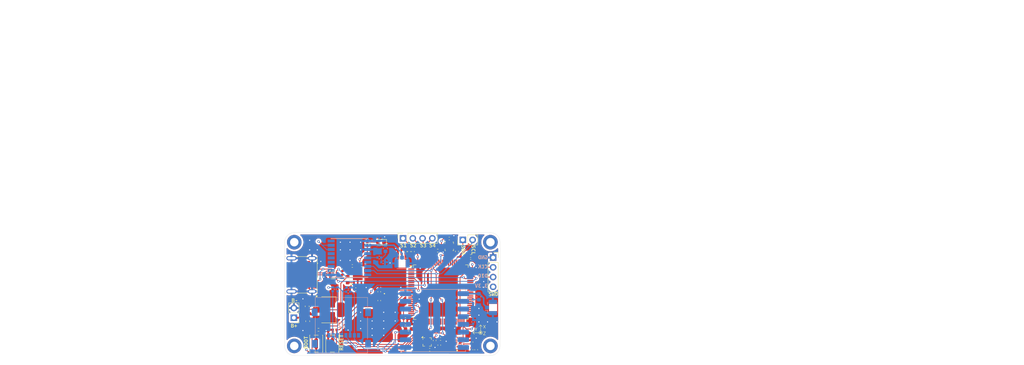
<source format=kicad_pcb>
(kicad_pcb (version 20240108) (generator "pcbnew") (generator_version "8.0")
  (layers (0 "F.Cu" signal) (1 "In1.Cu" signal "In1.PWR") (2 "In2.Cu" signal "In2.GND") (31 "B.Cu" signal) (34 "B.Paste" user) (35 "F.Paste" user) (36 "B.SilkS" user "B.Silkscreen") (37 "F.SilkS" user "F.Silkscreen") (38 "B.Mask" user) (39 "F.Mask" user) (44 "Edge.Cuts" user))
  (net 0 "")
  (net 1 "Net-(U6-VDDA)")
  (net 2 "GND")
  (net 3 "+3.3V")
  (net 4 "VIN")
  (net 5 "+5V")
  (net 6 "Net-(IC1-EN)")
  (net 7 "Net-(C14-Pad1)")
  (net 72 "VBUS")
  (net 76 "Net-(J1-D--PadA7)")
  (net 77 "Net-(J1-D+-PadA6)")
  (net 87 "USB_DM")
  (net 88 "USB_DP")
  (net 89 "OSC32_IN")
  (net 90 "OSC32_OUT")
  (net 91 "OSC_IN")
  (net 92 "OSC_OUT")
  (net 93 "Net-(IC2-VDDIO)")
  (net 94 "Net-(U4-C1)")
  (net 95 "I2C1_SDA")
  (net 97 "I2C1_SCL")
  (net 115 "SPI1_MISO")
  (net 116 "SPI1_MOSI")
  (net 117 "SPI1_SCK")
  (net 119 "SWDIO")
  (net 120 "SWCLK")
  (net 121 "Net-(C29-Pad1)")
  (net 122 "Net-(IC3-RF_IN)")
  (net 126 "Net-(IC3-VCC_RF)")
  (net 127 "GPS_RST")
  (net 140 "SD_CS")
  (net 141 "TELEM_CS")
  (net 142 "Net-(C39-Pad1)")
  (net 143 "Net-(J4-In)")
  (net 144 "BOOT0")
  (net 145 "RST")
  (net 146 "Net-(J5-Pin_3)")
  (net 147 "Net-(J5-Pin_2)")
  (net 148 "SERVO_1_PWM")
  (net 149 "SERVO_3_PWM")
  (net 150 "SERVO_2_PWM")
  (net 151 "SERVO_4_PWM")
  (net 152 "Net-(D3-A)")
  (footprint "Button_Switch_SMD:SW_SPST_PTS810" (layer "F.Cu") (at 102.4 104.4 90)
    (property "Reference" "SW1" (hide yes))
    (property "Value" "SW_Push" (hide yes))
  )
  (footprint "Capacitor_SMD:C_0402_1005Metric" (layer "F.Cu") (at 121.4384 80.449329 -90)
    (property "Reference" "C5" (hide yes))
    (property "Value" "100nF" (hide yes))
  )
  (footprint "Capacitor_SMD:C_0402_1005Metric" (layer "F.Cu") (at 138.6 106 -90)
    (property "Reference" "C21" (hide yes))
    (property "Value" "100nF" (hide yes))
  )
  (footprint "Capacitor_SMD:C_0402_1005Metric" (layer "F.Cu") (at 119.92 80 180)
    (property "Reference" "C8" (hide yes))
    (property "Value" "100nF" (hide yes))
  )
  (footprint "Capacitor_SMD:C_0402_1005Metric" (layer "F.Cu") (at 114.6 90.9 -90)
    (property "Reference" "C18" (hide yes))
    (property "Value" "20pF" (hide yes))
  )
  (footprint "Resistor_SMD:R_0402_1005Metric" (layer "F.Cu") (at 141.8 84 -90)
    (property "Reference" "R10" (hide yes))
    (property "Value" "100" (hide yes))
  )
  (footprint "MountingHole:MountingHole_2.2mm_M2_DIN965_Pad_TopBottom" (layer "F.Cu") (at 143.5 78)
    (property "Reference" "H5" (hide yes))
    (property "Value" "GND_1" (hide yes))
  )
  (footprint "VanguardLib:LFXTAL078719Cutt" (layer "F.Cu") (at 117.4 92.2 -90)
    (property "Reference" "Y2" (hide yes))
    (property "Value" "LFXTAL078719Cutt" (hide yes))
  )
  (footprint "Connector_PinSocket_2.54mm:PinSocket_1x04_P2.54mm_Vertical" (layer "F.Cu") (at 144.2 82)
    (property "Reference" "J5" (hide yes))
    (property "Value" "Conn_01x04_Pin" (hide yes))
  )
  (footprint "MountingHole:MountingHole_2.2mm_M2_DIN965_Pad_TopBottom" (layer "F.Cu") (at 92.5 105)
    (property "Reference" "H6" (hide yes))
    (property "Value" "GND_1" (hide yes))
  )
  (footprint "Capacitor_SMD:C_0402_1005Metric" (layer "F.Cu") (at 108.5 90.25)
    (property "Reference" "C13" (hide yes))
    (property "Value" "100nF" (hide yes))
  )
  (footprint "Capacitor_SMD:C_0603_1608Metric" (layer "F.Cu") (at 95.85 94.7 90)
    (property "Reference" "C10" (hide yes))
    (property "Value" "10uF" (hide yes))
  )
  (footprint "Capacitor_SMD:C_0402_1005Metric" (layer "F.Cu") (at 103 100.8 180)
    (property "Reference" "C30" (hide yes))
    (property "Value" "100nF" (hide yes))
  )
  (footprint "Capacitor_SMD:C_0603_1608Metric" (layer "F.Cu") (at 96 98.575 -90)
    (property "Reference" "C9" (hide yes))
    (property "Value" "10uF" (hide yes))
  )
  (footprint "Connector_PinHeader_2.54mm:PinHeader_1x02_P2.54mm_Vertical" (layer "F.Cu") (at 136.325 77.4 90)
    (property "Reference" "J6" (hide yes))
    (property "Value" "Conn_01x02_Pin" (hide yes))
  )
  (footprint "Capacitor_SMD:C_0402_1005Metric" (layer "F.Cu") (at 130.2 104.8 -90)
    (property "Reference" "C25" (hide yes))
    (property "Value" "100nF" (hide yes))
  )
  (footprint "MountingHole:MountingHole_2.2mm_M2_DIN965_Pad_TopBottom" (layer "F.Cu") (at 92.5 78)
    (property "Reference" "H1" (hide yes))
    (property "Value" "GND_1" (hide yes))
  )
  (footprint "Capacitor_SMD:C_0402_1005Metric" (layer "F.Cu") (at 122.361017 80.448433 -90)
    (property "Reference" "C4" (hide yes))
    (property "Value" "100nF" (hide yes))
  )
  (footprint "Resistor_SMD:R_0402_1005Metric" (layer "F.Cu") (at 98.8 100.8 180)
    (property "Reference" "R8" (hide yes))
    (property "Value" "10k" (hide yes))
  )
  (footprint "Resistor_SMD:R_0402_1005Metric" (layer "F.Cu") (at 141.8 86.6 -90)
    (property "Reference" "R9" (hide yes))
    (property "Value" "100" (hide yes))
  )
  (footprint "Capacitor_SMD:C_0402_1005Metric" (layer "F.Cu") (at 138.6 104 90)
    (property "Reference" "C20" (hide yes))
    (property "Value" "10uF" (hide yes))
  )
  (footprint "Package_TO_SOT_SMD:SOT-666" (layer "F.Cu") (at 102.65 86.5375)
    (property "Reference" "U3" (hide yes))
    (property "Value" "USBLC6-2P6" (hide yes))
  )
  (footprint "Package_LGA:LGA-12_2x2mm_P0.5mm" (layer "F.Cu") (at 127.05 103.9625)
    (property "Reference" "U4" (hide yes))
    (property "Value" "LSM303C" (hide yes))
  )
  (footprint "Capacitor_SMD:C_0402_1005Metric" (layer "F.Cu") (at 138.345 82.8)
    (property "Reference" "C15" (hide yes))
    (property "Value" "2.2uF" (hide yes))
  )
  (footprint "Capacitor_SMD:C_0402_1005Metric" (layer "F.Cu") (at 121.4 98)
    (property "Reference" "C1" (hide yes))
    (property "Value" "1uF" (hide yes))
  )
  (footprint "Capacitor_SMD:C_0402_1005Metric" (layer "F.Cu") (at 129 103.6 -90)
    (property "Reference" "C26" (hide yes))
    (property "Value" "100nF" (hide yes))
  )
  (footprint "Capacitor_SMD:C_0402_1005Metric" (layer "F.Cu") (at 130.526567 103.198379)
    (property "Reference" "C24" (hide yes))
    (property "Value" "10uF" (hide yes))
  )
  (footprint "Connector_PinHeader_2.54mm:PinHeader_1x02_P2.54mm_Vertical" (layer "F.Cu") (at 92.4 97.675 180)
    (property "Reference" "J8" (hide yes))
    (property "Value" "Conn_01x02_Pin" (hide yes))
  )
  (footprint "MountingHole:MountingHole_2.2mm_M2_DIN965_Pad_TopBottom" (layer "F.Cu") (at 143.5 105)
    (property "Reference" "H7" (hide yes))
    (property "Value" "GND_1" (hide yes))
  )
  (footprint "Connector_USB:USB_C_Receptacle_Molex_105450-0101" (layer "F.Cu") (at 94.329052 86.5 -90)
    (property "Reference" "J1" (hide yes))
    (property "Value" "USB_C_Receptacle" (hide yes))
  )
  (footprint "Capacitor_SMD:C_0402_1005Metric" (layer "F.Cu") (at 121.4 99.2)
    (property "Reference" "C2" (hide yes))
    (property "Value" "100nF" (hide yes))
  )
  (footprint "Capacitor_SMD:C_0603_1608Metric" (layer "F.Cu") (at 122.2 100.6 180)
    (property "Reference" "FB1" (hide yes))
    (property "Value" "1k 100MHz" (hide yes))
  )
  (footprint "Package_LGA:ST_HLGA-10_2x2mm_P0.5mm_LayoutBorder3x2y" (layer "F.Cu") (at 132.8 79.0875)
    (property "Reference" "U5" (hide yes))
    (property "Value" "LPS22HH" (hide yes))
  )
  (footprint "Connector_PinSocket_2.54mm:PinSocket_1x04_P2.54mm_Vertical" (layer "F.Cu") (at 120.78 77 90)
    (property "Reference" "J7" (hide yes))
    (property "Value" "Conn_01x04_Pin" (hide yes))
  )
  (footprint "LED_SMD:LED_0603_1608Metric" (layer "F.Cu") (at 115 78 180)
    (property "Reference" "D3" (hide yes))
    (property "Value" "LED" (hide yes))
  )
  (footprint "Package_TO_SOT_SMD:SOT-223-3_TabPin2" (layer "F.Cu") (at 101.45 95.6)
    (property "Reference" "U2" (hide yes))
    (property "Value" "LD1117S50TR_SOT223" (hide yes))
  )
  (footprint "Capacitor_SMD:C_0402_1005Metric" (layer "F.Cu") (at 132.8 77.05)
    (property "Reference" "C27" (hide yes))
    (property "Value" "100nF" (hide yes))
  )
  (footprint "Capacitor_SMD:C_0402_1005Metric" (layer "F.Cu") (at 107.6 84.2)
    (property "Reference" "C11" (hide yes))
    (property "Value" "4.7uF" (hide yes))
  )
  (footprint "Capacitor_SMD:C_0402_1005Metric" (layer "F.Cu") (at 110 84)
    (property "Reference" "C12" (hide yes))
    (property "Value" "4.7uF" (hide yes))
  )
  (footprint "Capacitor_SMD:C_0402_1005Metric" (layer "F.Cu") (at 119.92 80.990074 180)
    (property "Reference" "C6" (hide yes))
    (property "Value" "100nF" (hide yes))
  )
  (footprint "Package_QFP:LQFP-100_14x14mm_P0.5mm" (layer "F.Cu") (at 130.598863 91)
    (property "Reference" "U6" (hide yes))
    (property "Value" "STM32H743VITx" (hide yes))
  )
  (footprint "Resistor_SMD:R_0402_1005Metric" (layer "F.Cu") (at 111.5 78.5 90)
    (property "Reference" "R11" (hide yes))
    (property "Value" "220" (hide yes))
  )
  (footprint "VanguardLib:SON95P300X300X100-7N-D" (layer "F.Cu") (at 109 87 90)
    (property "Reference" "IC1" (hide yes))
    (property "Value" "ST1L05CPU33R" (hide yes))
  )
  (footprint "Capacitor_SMD:C_0402_1005Metric" (layer "F.Cu") (at 119.92 82 180)
    (property "Reference" "C7" (hide yes))
    (property "Value" "100nF" (hide yes))
  )
  (footprint "Capacitor_SMD:C_0402_1005Metric" (layer "F.Cu") (at 127.7125 106)
    (property "Reference" "C23" (hide yes))
    (property "Value" "220nF" (hide yes))
  )
  (footprint "Resistor_SMD:R_0603_1608Metric" (layer "F.Cu") (at 106.384585 87.75191 -90)
    (property "Reference" "R1" (hide yes))
    (property "Value" "10k" (hide yes))
  )
  (footprint "Button_Switch_SMD:SW_SPST_PTS810" (layer "F.Cu") (at 98.2 104.4 -90)
    (property "Reference" "SW2" (hide yes))
    (property "Value" "SW_Push" (hide yes))
  )
  (footprint "Capacitor_SMD:C_0402_1005Metric" (layer "F.Cu") (at 139.8 106 -90)
    (property "Reference" "C22" (hide yes))
    (property "Value" "100nF" (hide yes))
  )
  (footprint "Capacitor_SMD:C_0402_1005Metric" (layer "F.Cu") (at 114.6 93.2 -90)
    (property "Reference" "C19" (hide yes))
    (property "Value" "20pF" (hide yes))
  )
  (footprint "Capacitor_SMD:C_0402_1005Metric" (layer "F.Cu") (at 123.361017 80.448433 -90)
    (property "Reference" "C3" (hide yes))
    (property "Value" "4.7uF" (hide yes))
  )
  (footprint "VanguardLib:LSM6DS3USTR" (layer "F.Cu") (at 135.6 104 90)
    (property "Reference" "IC2" (hide yes))
    (property "Value" "ASM330LHHTR" (hide yes))
  )
  (footprint "Capacitor_SMD:C_0402_1005Metric" (layer "F.Cu") (at 138.345 81.6)
    (property "Reference" "C14" (hide yes))
    (property "Value" "2.2uF" (hide yes))
  )
  (footprint "Resistor_SMD:R_0402_1005Metric" (layer "F.Cu") (at 129.8 80.2)
    (property "Reference" "R2" (hide yes))
    (property "Value" "10k" (hide yes))
  )
  (footprint "Diode_SMD:D_0402_1005Metric" (layer "F.Cu") (at 105 86 -90)
    (property "Reference" "D1" (hide yes))
    (property "Value" "D_Schottky" (hide yes))
  )
  (footprint "Resistor_SMD:R_0402_1005Metric" (layer "F.Cu") (at 134.8 80.4 -90)
    (property "Reference" "R3" (hide yes))
    (property "Value" "10k" (hide yes))
  )
  (footprint "Connector_Coaxial:U.FL_Hirose_U.FL-R-SMT-1_Vertical" (layer "B.Cu") (at 120.525 83.05 -90)
    (property "Reference" "J3" (hide yes))
    (property "Value" "Conn_Coaxial" (hide yes))
  )
  (footprint "VanguardLib:DIONC1005X43N" (layer "B.Cu") (at 114.6 78.2 -90)
    (property "Reference" "D2" (hide yes))
    (property "Value" "PESD0402-140" (hide yes))
  )
  (footprint "Capacitor_SMD:C_0402_1005Metric" (layer "B.Cu") (at 139 93.4 -90)
    (property "Reference" "C39" (hide yes))
    (property "Value" "10nF" (hide yes))
  )
  (footprint "Capacitor_SMD:C_0402_1005Metric" (layer "B.Cu") (at 106.6 89.8)
    (property "Reference" "C28" (hide yes))
    (property "Value" "100nF" (hide yes))
  )
  (footprint "VanguardLib:MAXM10S00B" (layer "B.Cu") (at 106.85 82.1 180)
    (property "Reference" "IC3" (hide yes))
    (property "Value" "MAX-M10S-00B" (hide yes))
  )
  (footprint "Capacitor_SMD:C_0603_1608Metric" (layer "B.Cu") (at 116.2 79.6 -90)
    (property "Reference" "FB2" (hide yes))
    (property "Value" "1k 100MHz" (hide yes))
  )
  (footprint "Resistor_SMD:R_0402_1005Metric" (layer "B.Cu") (at 106.514154 90.893046)
    (property "Reference" "R6" (hide yes))
    (property "Value" "10k" (hide yes))
  )
  (footprint "Capacitor_SMD:C_0402_1005Metric" (layer "B.Cu") (at 115.6 83.2)
    (property "Reference" "C29" (hide yes))
    (property "Value" "10nF" (hide yes))
  )
  (footprint "Connector_Coaxial:U.FL_Hirose_U.FL-R-SMT-1_Vertical" (layer "B.Cu") (at 143.65 95)
    (property "Reference" "J4" (hide yes))
    (property "Value" "Conn_Coaxial" (hide yes))
  )
  (footprint "RF_Module:HOPERF_RFM9XW_SMD" (layer "B.Cu") (at 128.925 98.4)
    (property "Reference" "U7" (hide yes))
    (property "Value" "RFM95W-915S2" (hide yes))
  )
  (footprint "Capacitor_SMD:C_0603_1608Metric" (layer "B.Cu") (at 140.5 92.2 -90)
    (property "Reference" "FB3" (hide yes))
    (property "Value" "1k 100MHz" (hide yes))
  )
  (footprint "VanguardLib:MEM20670218000A" (layer "B.Cu") (at 104.75 104.45 180)
    (property "Reference" "J2")
    (property "Value" "MEM2067-02-180-00-A" (hide yes))
  )
  (footprint "Capacitor_SMD:C_0402_1005Metric" (layer "B.Cu") (at 139 98.75 90)
    (property "Reference" "C38" (hide yes))
    (property "Value" "10uF" (hide yes))
  )
  (footprint "Resistor_SMD:R_0402_1005Metric" (layer "B.Cu") (at 103.75 90.25 -90)
    (property "Reference" "R5" (hide yes))
    (property "Value" "10k" (hide yes))
  )
  (footprint "Capacitor_SMD:C_0402_1005Metric" (layer "B.Cu") (at 114.6 82 180)
    (property "Reference" "R7" (hide yes))
    (property "Value" "10" (hide yes))
  )
  (footprint "Resistor_SMD:R_0402_1005Metric" (layer "B.Cu") (at 102.5 90.25 -90)
    (property "Reference" "R4" (hide yes))
    (property "Value" "10k" (hide yes))
  )
  (gr_line (start 140.54437 99.966864) (end 140.94437 99.566864) (stroke (width 0.1)) (layer "F.SilkS"))
  (gr_line (start 138.94437 101.566864) (end 139.34437 101.166864) (stroke (width 0.1)) (layer "F.SilkS"))
  (gr_line (start 138.94437 101.566864) (end 139.34437 101.966864) (stroke (width 0.1)) (layer "F.SilkS"))
  (gr_line (start 140.94437 101.566864) (end 140.94437 99.566864) (stroke (width 0.1)) (layer "F.SilkS"))
  (gr_line (start 140.94437 101.566864) (end 138.94437 101.566864) (stroke (width 0.1)) (layer "F.SilkS"))
  (gr_line (start 140.94437 99.566864) (end 141.34437 99.966864) (stroke (width 0.1)) (layer "F.SilkS"))
  (gr_circle (center 140.94437 101.566864) (end 141.14437 101.166864) (stroke (width 0.1)) (fill none) (layer "F.SilkS"))
  (gr_circle (center 140.94437 101.566864) (end 141.14437 101.566864) (stroke (width 0.1)) (fill solid) (layer "F.SilkS"))
  (gr_arc (start 146 105) (mid 145.267767 106.767767) (end 143.5 107.5) (stroke (width 0.05)) (layer "Edge.Cuts"))
  (gr_arc (start 143.5 75.5) (mid 145.267767 76.232233) (end 146 78) (stroke (width 0.05)) (layer "Edge.Cuts"))
  (gr_line (start 92.5 75.5) (end 143.5 75.5) (stroke (width 0.05)) (layer "Edge.Cuts"))
  (gr_arc (start 92.5 107.5) (mid 90.732233 106.767767) (end 90 105) (stroke (width 0.05)) (layer "Edge.Cuts"))
  (gr_line (start 90 105) (end 90 78) (stroke (width 0.05)) (layer "Edge.Cuts"))
  (gr_line (start 143.5 107.5) (end 92.5 107.5) (stroke (width 0.05)) (layer "Edge.Cuts"))
  (gr_line (start 146 78) (end 146 105) (stroke (width 0.05)) (layer "Edge.Cuts"))
  (gr_arc (start 90 78) (mid 90.732233 76.232233) (end 92.5 75.5) (stroke (width 0.05)) (layer "Edge.Cuts"))
  (gr_text "DIO" (at 142.8 87.4 0) (layer "B.SilkS") (effects (font (size 1 1) (thickness 0.2) (bold yes)) (justify left bottom mirror)))
  (gr_text "3.3V" (at 142.8 90 0) (layer "B.SilkS") (effects (font (size 1 1) (thickness 0.2) (bold yes)) (justify left bottom mirror)))
  (gr_text "CLK" (at 142.8 85 0) (layer "B.SilkS") (effects (font (size 1 1) (thickness 0.2) (bold yes)) (justify left bottom mirror)))
  (gr_text "GND" (at 142.8 82.6 0) (layer "B.SilkS") (effects (font (size 1 1) (thickness 0.2) (bold yes)) (justify left bottom mirror)))
  (gr_text "S4" (at 127.6 79.5 0) (layer "F.SilkS") (effects (font (size 1 1) (thickness 0.25) (bold yes)) (justify left bottom)))
  (gr_text "SDA" (at 135.8 78.8 -90) (layer "F.SilkS") (effects (font (size 1 1) (thickness 0.25) (bold yes)) (justify left bottom)))
  (gr_text "B-" (at 91.8 93.8 0) (layer "F.SilkS") (effects (font (size 1 1) (thickness 0.25) (bold yes)) (justify left bottom)))
  (gr_text "BOOT" (at 96.2 105.8 90) (layer "F.SilkS") (effects (font (size 1 1) (thickness 0.2) (bold yes)) (justify left bottom)))
  (gr_text "Y" (at 139.34437 101.166864 0) (layer "F.SilkS") (effects (font (size 0.8 0.8) (thickness 0.1) (bold yes)) (justify left bottom)))
  (gr_text "B+" (at 91.6 100.4 0) (layer "F.SilkS") (effects (font (size 1 1) (thickness 0.25) (bold yes)) (justify left bottom)))
  (gr_text "S3" (at 125.2 79.5 0) (layer "F.SilkS") (effects (font (size 1 1) (thickness 0.25) (bold yes)) (justify left bottom)))
  (gr_text "S1" (at 120.044696 79.5 0) (layer "F.SilkS") (effects (font (size 1 1) (thickness 0.25) (bold yes)) (justify left bottom)))
  (gr_text "S2" (at 122.6 79.5 0) (layer "F.SilkS") (effects (font (size 1 1) (thickness 0.25) (bold yes)) (justify left bottom)))
  (gr_text "Z" (at 141.5 102.25 0) (layer "F.SilkS") (effects (font (size 0.8 0.8) (thickness 0.1) (bold yes)) (justify left bottom)))
  (gr_text "SWD" (at 143 92.2 0) (layer "F.SilkS") (effects (font (size 1 1) (thickness 0.2) (bold yes)) (justify left bottom)))
  (gr_text "SCL" (at 138.4 78.8 270) (layer "F.SilkS") (effects (font (size 1 1) (thickness 0.25) (bold yes)) (justify left bottom)))
  (gr_text "X" (at 141.5 100.5 0) (layer "F.SilkS") (effects (font (size 0.8 0.8) (thickness 0.1) (bold yes)) (justify left bottom)))
  (gr_text "RESET" (at 105.4 106.2 90) (layer "F.SilkS") (effects (font (size 1 1) (thickness 0.2) (bold yes)) (justify left bottom)))
  (segment (start 120.92 95.751295) (end 121.671295 95) (width 0.2) (layer "F.Cu") (net 1))
  (segment (start 121.425 100.6) (end 121.4 100.6) (width 0.2) (layer "F.Cu") (net 1))
  (segment (start 120.92 98) (end 120.92 99.2) (width 0.2) (layer "F.Cu") (net 1))
  (segment (start 120.92 98) (end 120.92 95.751295) (width 0.2) (layer "F.Cu") (net 1))
  (segment (start 121.671295 95) (end 122.925 95) (width 0.2) (layer "F.Cu") (net 1))
  (segment (start 120.92 100.12) (end 120.92 99.2) (width 0.2) (layer "F.Cu") (net 1))
  (segment (start 121.4 100.6) (end 120.92 100.12) (width 0.2) (layer "F.Cu") (net 1))
  (segment (start 120.88 99) (end 120.88 99.199999) (width 0.2) (layer "F.Cu") (net 1))
  (segment (start 108.98 90.25) (end 109 90.23) (width 0.2) (layer "F.Cu") (net 2))
  (segment (start 127.3 104.2625) (end 127.35 104.2125) (width 0.2) (layer "F.Cu") (net 2))
  (segment (start 133.28 77.02) (end 134 76.3) (width 0.2) (layer "F.Cu") (net 2))
  (segment (start 124.151471 94) (end 122.925 94) (width 0.2) (layer "F.Cu") (net 2))
  (segment (start 120.5 89.5) (end 122.925 89.5) (width 0.2) (layer "F.Cu") (net 2))
  (segment (start 132.8 77.53) (end 133.28 77.05) (width 0.2) (layer "F.Cu") (net 2))
  (segment (start 135.85 104.3) (end 135.85 104.1995) (width 0.2) (layer "F.Cu") (net 2))
  (segment (start 101.325 102.325) (end 101.325 101.525) (width 0.2) (layer "F.Cu") (net 2))
  (segment (start 132.3 79.85) (end 131.95 79.85) (width 0.2) (layer "F.Cu") (net 2))
  (segment (start 129.09 105.4) (end 130.08 105.4) (width 0.2) (layer "F.Cu") (net 2))
  (segment (start 128.8675 104.2125) (end 129 104.08) (width 0.2) (layer "F.Cu") (net 2))
  (segment (start 136.0495 104) (end 136.512 104) (width 0.2) (layer "F.Cu") (net 2))
  (segment (start 127.35 104.2125) (end 127.8125 104.2125) (width 0.2) (layer "F.Cu") (net 2))
  (segment (start 136.512 103.5) (end 138.58 103.5) (width 0.2) (layer "F.Cu") (net 2))
  (segment (start 124.6 98.675) (end 123.525 98.675) (width 0.2) (layer "F.Cu") (net 2))
  (segment (start 129.09 105.4) (end 129.09 104.17) (width 0.2) (layer "F.Cu") (net 2))
  (segment (start 109 88.5) (end 109 87) (width 0.2) (layer "F.Cu") (net 2))
  (segment (start 125 92.8) (end 125 93.151471) (width 0.2) (layer "F.Cu") (net 2))
  (segment (start 139.8 83.775) (end 138.825 82.8) (width 0.2) (layer "F.Cu") (net 2))
  (segment (start 138.825 81.6) (end 138.825 82.8) (width 0.2) (layer "F.Cu") (net 2))
  (segment (start 135.6 100.4) (end 136.1 99.9) (width 0.2) (layer "F.Cu") (net 2))
  (segment (start 138.6 103.52) (end 139.28 103.52) (width 0.2) (layer "F.Cu") (net 2))
  (segment (start 96.244052 89.6) (end 96.244052 89.93) (width 0.2) (layer "F.Cu") (net 2))
  (segment (start 127.8125 104.2125) (end 128.8675 104.2125) (width 0.2) (layer "F.Cu") (net 2))
  (segment (start 130.08 105.4) (end 130.2 105.28) (width 0.2) (layer "F.Cu") (net 2))
  (segment (start 95.85 93.925) (end 95.825 93.925) (width 0.2) (layer "F.Cu") (net 2))
  (segment (start 135.85 105.163) (end 135.85 104.3) (width 0.2) (layer "F.Cu") (net 2))
  (segment (start 136.512 103.5) (end 136.1 103.5) (width 0.2) (layer "F.Cu") (net 2))
  (segment (start 139.10741 85.5) (end 138.275 85.5) (width 0.2) (layer "F.Cu") (net 2))
  (segment (start 125.25 84.8) (end 125.098863 84.648863) (width 0.2) (layer "F.Cu") (net 2))
  (segment (start 100.16684 87.83316) (end 100.16684 87.1) (width 0.2) (layer "F.Cu") (net 2))
  (segment (start 138.58 103.5) (end 138.6 103.52) (width 0.2) (layer "F.Cu") (net 2))
  (segment (start 111.2 89.8) (end 110.75 90.25) (width 0.2) (layer "F.Cu") (net 2))
  (segment (start 139.8 84.6) (end 139.8 83.775) (width 0.2) (layer "F.Cu") (net 2))
  (segment (start 135.85 104.1995) (end 136.0495 104) (width 0.2) (layer "F.Cu") (net 2))
  (segment (start 132.8 78.325) (end 132.8 77.53) (width 0.2) (layer "F.Cu") (net 2))
  (segment (start 97.544052 89.5) (end 98.5 89.5) (width 0.2) (layer "F.Cu") (net 2))
  (segment (start 135.35 104.25) (end 136.1 103.5) (width 0.2) (layer "F.Cu") (net 2))
  (segment (start 128.8 106) (end 128.1925 106) (width 0.2) (layer "F.Cu") (net 2))
  (segment (start 131.398379 103.198379) (end 132 103.8) (width 0.2) (layer "F.Cu") (net 2))
  (segment (start 129.09 105.4) (end 129.09 105.71) (width 0.2) (layer "F.Cu") (net 2))
  (segment (start 131.95 79.85) (end 131.2 80.6) (width 0.2) (layer "F.Cu") (net 2))
  (segment (start 129.09 105.71) (end 128.8 106) (width 0.2) (layer "F.Cu") (net 2))
  (segment (start 131.006567 103.198379) (end 131.398379 103.198379) (width 0.2) (layer "F.Cu") (net 2))
  (segment (start 133.28 77.05) (end 133.28 77.02) (width 0.2) (layer "F.Cu") (net 2))
  (segment (start 97.544052 83.5) (end 98.9 83.5) (width 0.2) (layer "F.Cu") (net 2))
  (segment (start 97.544052 83.5) (end 96.344052 83.5) (width 0.2) (layer "F.Cu") (net 2))
  (segment (start 120.2 89.8) (end 120.5 89.5) (width 0.2) (layer "F.Cu") (net 2))
  (segment (start 110.75 90.25) (end 108.98 90.25) (width 0.2) (layer "F.Cu") (net 2))
  (segment (start 100.16684 87.1) (end 100.465554 87.1) (width 0.2) (layer "F.Cu") (net 2))
  (segment (start 134.2 100.4) (end 135.6 100.4) (width 0.2) (layer "F.Cu") (net 2))
  (segment (start 127.3125 104.7375) (end 127.3 104.725) (width 0.2) (layer "F.Cu") (net 2))
  (segment (start 96.475 93.3) (end 98.3 93.3) (width 0.2) (layer "F.Cu") (net 2))
  (segment (start 116.787 92.813) (end 116.787 93.025) (width 0.2) (layer "F.Cu") (net 2))
  (segment (start 135.35 105.163) (end 135.35 104.25) (width 0.2) (layer "F.Cu") (net 2))
  (segment (start 133.3 77.07) (end 133.28 77.05) (width 0.2) (layer "F.Cu") (net 2))
  (segment (start 139.8 84.80741) (end 139.10741 85.5) (width 0.2) (layer "F.Cu") (net 2))
  (segment (start 136.1 99.9) (end 136.1 98.675) (width 0.2) (layer "F.Cu") (net 2))
  (segment (start 101.325 101.525) (end 100.8 101) (width 0.2) (layer "F.Cu") (net 2))
  (segment (start 98.5 89.5) (end 100.16684 87.83316) (width 0.2) (layer "F.Cu") (net 2))
  (segment (start 101.028054 86.5375) (end 101.725 86.5375) (width 0.2) (layer "F.Cu") (net 2))
  (segment (start 129.09 104.17) (end 129 104.08) (width 0.2) (layer "F.Cu") (net 2))
  (segment (start 139.28 103.52) (end 139.8 103) (width 0.2) (layer "F.Cu") (net 2))
  (segment (start 118.013 91.587) (end 116.787 92.813) (width 0.2) (layer "F.Cu") (net 2))
  (segment (start 127.3 104.725) (end 127.3 104.2625) (width 0.2) (layer "F.Cu") (net 2))
  (segment (start 100.465554 87.1) (end 101.028054 86.5375) (width 0.2) (layer "F.Cu") (net 2))
  (segment (start 136.1 103.5) (end 135.85 103.75) (width 0.2) (layer "F.Cu") (net 2))
  (segment (start 135.85 103.75) (end 135.85 104.3) (width 0.2) (layer "F.Cu") (net 2))
  (segment (start 139.8 84.6) (end 139.8 84.80741) (width 0.2) (layer "F.Cu") (net 2))
  (segment (start 109 90.23) (end 109 88.5) (width 0.2) (layer "F.Cu") (net 2))
  (segment (start 123.525 98.675) (end 123.4 98.8) (width 0.2) (layer "F.Cu") (net 2))
  (segment (start 125.098863 83.326137) (end 125.1 83.325) (width 0.2) (layer "F.Cu") (net 2))
  (segment (start 133.3 78.325) (end 133.3 77.07) (width 0.2) (layer "F.Cu") (net 2))
  (segment (start 118.013 91.375) (end 118.013 91.587) (width 0.2) (layer "F.Cu") (net 2))
  (segment (start 125.098863 84.648863) (end 125.098863 83.326137) (width 0.2) (layer "F.Cu") (net 2))
  (segment (start 125 93.151471) (end 124.151471 94) (width 0.2) (layer "F.Cu") (net 2))
  (segment (start 96.344052 83.5) (end 96.244052 83.4) (width 0.2) (layer "F.Cu") (net 2))
  (segment (start 132.8 78.325) (end 132.825 78.3) (width 0.2) (layer "F.Cu") (net 2))
  (segment (start 95.85 93.925) (end 96.475 93.3) (width 0.2) (layer "F.Cu") (net 2))
  (segment (start 98.9 83.5) (end 99.4 83) (width 0.2) (layer "F.Cu") (net 2))
  (segment (start 96.244052 89.93) (end 97.134052 90.82) (width 0.2) (layer "F.Cu") (net 2))
  (via (at 107 82.75) (size 0.6) (drill 0.3) (layers "F.Cu" "B.Cu") (net 2))
  (via (at 134.2 100.4) (size 0.6) (drill 0.3) (layers "F.Cu" "B.Cu") (net 2))
  (via (at 144 91.75) (size 0.6) (drill 0.3) (layers "F.Cu" "B.Cu") (net 2))
  (via (at 94.75 101) (size 0.6) (drill 0.3) (layers "F.Cu" "B.Cu") (net 2))
  (via (at 125 92.8) (size 0.6) (drill 0.3) (layers "F.Cu" "B.Cu") (net 2))
  (via (at 100.8 101) (size 0.6) (drill 0.3) (layers "F.Cu" "B.Cu") (net 2))
  (via (at 116 76.6) (size 0.6) (drill 0.3) (layers "F.Cu" "B.Cu") (net 2))
  (via (at 118.75 98.5) (size 0.6) (drill 0.3) (layers "F.Cu" "B.Cu") (net 2))
  (via (at 117.4 83.4) (size 0.6) (drill 0.3) (layers "F.Cu" "B.Cu") (net 2))
  (via (at 142.75 98.75) (size 0.6) (drill 0.3) (layers "F.Cu" "B.Cu") (net 2))
  (via (at 106.5 100.875) (size 0.6) (drill 0.3) (layers "F.Cu" "B.Cu") (net 2))
  (via (at 129.09 105.4) (size 0.6) (drill 0.3) (layers "F.Cu" "B.Cu") (net 2))
  (via (at 109.75 96.25) (size 0.6) (drill 0.3) (layers "F.Cu" "B.Cu") (net 2))
  (via (at 140.5 95.25) (size 0.6) (drill 0.3) (layers "F.Cu" "B.Cu") (net 2))
  (via (at 109.75 78) (size 0.6) (drill 0.3) (layers "F.Cu" "B.Cu") (net 2))
  (via (at 96.5 77.5) (size 0.6) (drill 0.3) (layers "F.Cu" "B.Cu") (net 2))
  (via (at 104.5 82.75) (size 0.6) (drill 0.3) (layers "F.Cu" "B.Cu") (net 2))
  (via (at 109.75 98.5) (size 0.6) (drill 0.3) (layers "F.Cu" "B.Cu") (net 2))
  (via (at 111.2 89.8) (size 0.6) (drill 0.3) (layers "F.Cu" "B.Cu") (net 2))
  (via (at 104.5 80) (size 0.6) (drill 0.3) (layers "F.Cu" "B.Cu") (net 2))
  (via (at 139.8 103) (size 0.6) (drill 0.3) (layers "F.Cu" "B.Cu") (net 2))
  (via (at 115.75 102.25) (size 0.6) (drill 0.3) (layers "F.Cu" "B.Cu") (net 2))
  (via (at 94.75 92.75) (size 0.6) (drill 0.3) (layers "F.Cu" "B.Cu") (net 2))
  (via (at 140.5 97) (size 0.6) (drill 0.3) (layers "F.Cu" "B.Cu") (net 2))
  (via (at 96.5 80) (size 0.6) (drill 0.3) (layers "F.Cu" "B.Cu") (net 2))
  (via (at 98.5 80) (size 0.6) (drill 0.3) (layers "F.Cu" "B.Cu") (net 2))
  (via (at 134 76.3) (size 0.6) (drill 0.3) (layers "F.Cu" "B.Cu") (net 2))
  (via (at 132 103.8) (size 0.6) (drill 0.3) (layers "F.Cu" "B.Cu") (net 2))
  (via (at 125.25 84.8) (size 0.6) (drill 0.3) (layers "F.Cu" "B.Cu") (net 2))
  (via (at 118.75 96.25) (size 0.6) (drill 0.3) (layers "F.Cu" "B.Cu") (net 2))
  (via (at 123.4 98.8) (size 0.6) (drill 0.3) (layers "F.Cu" "B.Cu") (net 2))
  (via (at 107 80) (size 0.6) (drill 0.3) (layers "F.Cu" "B.Cu") (net 2))
  (via (at 107 78) (size 0.6) (drill 0.3) (layers "F.Cu" "B.Cu") (net 2))
  (via (at 141.75 89.75) (size 0.6) (drill 0.3) (layers "F.Cu" "B.Cu") (net 2))
  (via (at 109.75 80) (size 0.6) (drill 0.3) (layers "F.Cu" "B.Cu") (net 2))
  (via (at 112.75 98.5) (size 0.6) (drill 0.3) (layers "F.Cu" "B.Cu") (net 2))
  (via (at 99.4 83) (size 0.6) (drill 0.3) (layers "F.Cu" "B.Cu") (net 2))
  (via (at 100.16684 87.1) (size 0.6) (drill 0.3) (layers "F.Cu" "B.Cu") (net 2))
  (via (at 115.75 98.5) (size 0.6) (drill 0.3) (layers "F.Cu" "B.Cu") (net 2))
  (via (at 140.5 98.75) (size 0.6) (drill 0.3) (layers "F.Cu" "B.Cu") (net 2))
  (via (at 115.75 100.5) (size 0.6) (drill 0.3) (layers "F.Cu" "B.Cu") (net 2))
  (via (at 104.5 78) (size 0.6) (drill 0.3) (layers "F.Cu" "B.Cu") (net 2))
  (via (at 139.8 84.6) (size 0.6) (drill 0.3) (layers "F.Cu" "B.Cu") (net 2))
  (via (at 120.2 89.8) (size 0.6) (drill 0.3) (layers "F.Cu" "B.Cu") (net 2))
  (via (at 141.75 88.25) (size 0.6) (drill 0.3) (layers "F.Cu" "B.Cu") (net 2))
  (via (at 115.75 96.25) (size 0.6) (drill 0.3) (layers "F.Cu" "B.Cu") (net 2))
  (via (at 112.75 100.5) (size 0.6) (drill 0.3) (layers "F.Cu" "B.Cu") (net 2))
  (via (at 131.2 80.6) (size 0.6) (drill 0.3) (layers "F.Cu" "B.Cu") (net 2))
  (via (at 109.75 100.5) (size 0.6) (drill 0.3) (layers "F.Cu" "B.Cu") (net 2))
  (via (at 145.2 98.75) (size 0.6) (drill 0.3) (layers "F.Cu" "B.Cu") (net 2))
  (via (at 112.75 102.25) (size 0.6) (drill 0.3) (layers "F.Cu" "B.Cu") (net 2))
  (segment (start 137 93.4) (end 136.45 93.4) (width 0.2) (layer "B.Cu") (net 2))
  (segment (start 139 98.27) (end 139 93.88) (width 0.2) (layer "B.Cu") (net 2))
  (segment (start 117.4 83.4) (end 117.375 83.4) (width 0.2) (layer "B.Cu") (net 2))
  (segment (start 107.025 101.4) (end 107.025 102.25) (width 0.2) (layer "B.Cu") (net 2))
  (segment (start 106.5 100.875) (end 107.025 101.4) (width 0.2) (layer "B.Cu") (net 2))
  (segment (start 116.08 83.2) (end 117.2 83.2) (width 0.2) (layer "B.Cu") (net 2))
  (segment (start 136.65 93.6) (end 136.45 93.4) (width 0.2) (layer "B.Cu") (net 2))
  (segment (start 111.2 89.8) (end 107.08 89.8) (width 0.2) (layer "B.Cu") (net 2))
  (segment (start 138.72 93.6) (end 136.65 93.6) (width 0.2) (layer "B.Cu") (net 2))
  (segment (start 139 93.88) (end 138.72 93.6) (width 0.2) (layer "B.Cu") (net 2))
  (segment (start 115.65 76.6) (end 116 76.6) (width 0.2) (layer "B.Cu") (net 2))
  (segment (start 117.2 83.2) (end 117.4 83.4) (width 0.2) (layer "B.Cu") (net 2))
  (segment (start 114.6 77.65) (end 115.65 76.6) (width 0.2) (layer "B.Cu") (net 2))
  (segment (start 124.6 81.207416) (end 123.361017 79.968433) (width 0.2) (layer "F.Cu") (net 3))
  (segment (start 131.0375 78.8375) (end 130.775 78.575) (width 0.2) (layer "F.Cu") (net 3))
  (segment (start 123.361017 79.968433) (end 120.431567 79.968433) (width 0.2) (layer "F.Cu") (net 3))
  (segment (start 109.52 84) (end 109.95 84.43) (width 0.2) (layer "F.Cu") (net 3))
  (segment (start 127.8125 103.7125) (end 128.4075 103.7125) (width 0.2) (layer "F.Cu") (net 3))
  (segment (start 132.3 77.07) (end 132.28 77.05) (width 0.2) (layer "F.Cu") (net 3))
  (segment (start 128.9075 103.2125) (end 129 103.12) (width 0.2) (layer "F.Cu") (net 3))
  (segment (start 138.6 100.6) (end 137.2 100.6) (width 0.2) (layer "F.Cu") (net 3))
  (segment (start 133.299568 79.3375) (end 132.799568 78.8375) (width 0.2) (layer "F.Cu") (net 3))
  (segment (start 96.106336 106.475) (end 95.628539 105.997203) (width 0.2) (layer "F.Cu") (net 3))
  (segment (start 124.6 81.8) (end 124.6 81.207416) (width 0.2) (layer "F.Cu") (net 3))
  (segment (start 97.125 106.475) (end 96.106336 106.475) (width 0.2) (layer "F.Cu") (net 3))
  (segment (start 130.425 78.575) (end 129.29 79.71) (width 0.2) (layer "F.Cu") (net 3))
  (segment (start 97.125 106.475) (end 97.125 102.325) (width 0.2) (layer "F.Cu") (net 3))
  (segment (start 132.0375 78.8375) (end 131.0375 78.8375) (width 0.2) (layer "F.Cu") (net 3))
  (segment (start 109 84.52) (end 109.52 84) (width 0.2) (layer "F.Cu") (net 3))
  (segment (start 109 85.5) (end 109 84.52) (width 0.2) (layer "F.Cu") (net 3))
  (segment (start 125.1 95.1) (end 124.5 94.5) (width 0.2) (layer "F.Cu") (net 3))
  (segment (start 136.6 100) (end 136.6 98.675) (width 0.2) (layer "F.Cu") (net 3))
  (segment (start 130.775 77.65) (end 130.775 77.725) (width 0.2) (layer "F.Cu") (net 3))
  (segment (start 138.8 83.8) (end 138.8 84.475) (width 0.2) (layer "F.Cu") (net 3))
  (segment (start 125.098863 99.508547) (end 125.098863 98.675) (width 0.2) (layer "F.Cu") (net 3))
  (segment (start 129 103.12) (end 129.968188 103.12) (width 0.2) (layer "F.Cu") (net 3))
  (segment (start 130.775 78.575) (end 130.775 77.725) (width 0.2) (layer "F.Cu") (net 3))
  (segment (start 125.098863 98.675) (end 125.1 98.673863) (width 0.2) (layer "F.Cu") (net 3))
  (segment (start 123.756273 87.5) (end 122.923863 87.5) (width 0.2) (layer "F.Cu") (net 3))
  (segment (start 137.2 100.6) (end 136.6 100) (width 0.2) (layer "F.Cu") (net 3))
  (segment (start 129.4 102.25) (end 129.4 102.2) (width 0.2) (layer "F.Cu") (net 3))
  (segment (start 111.5 80.5) (end 111.5 79.01) (width 0.2) (layer "F.Cu") (net 3))
  (segment (start 132.799568 78.8375) (end 132.0375 78.8375) (width 0.2) (layer "F.Cu") (net 3))
  (segment (start 124.5 94.5) (end 122.925 94.5) (width 0.2) (layer "F.Cu") (net 3))
  (segment (start 136.6 100) (end 136.4 100.2) (width 0.2) (layer "F.Cu") (net 3))
  (segment (start 124.8 88.543727) (end 123.756273 87.5) (width 0.2) (layer "F.Cu") (net 3))
  (segment (start 134.8 79.89) (end 134.69 79.89) (width 0.2) (layer "F.Cu") (net 3))
  (segment (start 124.6 83.323863) (end 124.598863 83.325) (width 0.2) (layer "F.Cu") (net 3))
  (segment (start 109.5 82.5) (end 111.5 80.5) (width 0.2) (layer "F.Cu") (net 3))
  (segment (start 136.4 100.2) (end 136.4 102.787) (width 0.2) (layer "F.Cu") (net 3))
  (segment (start 129 102.65) (end 129 103.12) (width 0.2) (layer "F.Cu") (net 3))
  (segment (start 134.1375 79.3375) (end 133.5625 79.3375) (width 0.2) (layer "F.Cu") (net 3))
  (segment (start 134.69 79.89) (end 134.1375 79.3375) (width 0.2) (layer "F.Cu") (net 3))
  (segment (start 124.8 90.6) (end 124.2 90) (width 0.2) (layer "F.Cu") (net 3))
  (segment (start 127.8125 103.2125) (end 128.9075 103.2125) (width 0.2) (layer "F.Cu") (net 3))
  (segment (start 130.775 78.575) (end 130.425 78.575) (width 0.2) (layer "F.Cu") (net 3))
  (segment (start 130.2 103.351812) (end 130.2 104.32) (width 0.2) (layer "F.Cu") (net 3))
  (segment (start 130.046567 103.198379) (end 130.2 103.351812) (width 0.2) (layer "F.Cu") (net 3))
  (segment (start 124.2 90) (end 122.925 90) (width 0.2) (layer "F.Cu") (net 3))
  (segment (start 109.95 84.43) (end 109.95 85.5) (width 0.2) (layer "F.Cu") (net 3))
  (segment (start 122.975 100.6) (end 124.00741 100.6) (width 0.2) (layer "F.Cu") (net 3))
  (segment (start 138.8 84.475) (end 138.275 85) (width 0.2) (layer "F.Cu") (net 3))
  (segment (start 120.4 82) (end 120.4 80) (width 0.2) (layer "F.Cu") (net 3))
  (segment (start 138.6 100.6) (end 138.6 100.8) (width 0.2) (layer "F.Cu") (net 3))
  (segment (start 128.4075 103.7125) (end 129 103.12) (width 0.2) (layer "F.Cu") (net 3))
  (segment (start 132.28 77.05) (end 131.375 77.05) (width 0.2) (layer "F.Cu") (net 3))
  (segment (start 132.3 77.07) (end 132.32 77.05) (width 0.2) (layer "F.Cu") (net 3))
  (segment (start 124.00741 100.6) (end 125.098863 99.508547) (width 0.2) (layer "F.Cu") (net 3))
  (segment (start 124.6 81.8) (end 124.6 83.323863) (width 0.2) (layer "F.Cu") (net 3))
  (segment (start 129.968188 103.12) (end 130.046567 103.198379) (width 0.2) (layer "F.Cu") (net 3))
  (segment (start 129.29 79.71) (end 129.29 80.2) (width 0.2) (layer "F.Cu") (net 3))
  (segment (start 133.5625 79.3375) (end 133.299568 79.3375) (width 0.2) (layer "F.Cu") (net 3))
  (segment (start 129.4 102.25) (end 129 102.65) (width 0.2) (layer "F.Cu") (net 3))
  (segment (start 120.431567 79.968433) (end 120.4 80) (width 0.2) (layer "F.Cu") (net 3))
  (segment (start 131.375 77.05) (end 130.775 77.65) (width 0.2) (layer "F.Cu") (net 3))
  (segment (start 125.1 98.673863) (end 125.1 95.1) (width 0.2) (layer "F.Cu") (net 3))
  (segment (start 109.5 82.5) (end 109.545 82.545) (width 0.2) (layer "F.Cu") (net 3))
  (segment (start 109.545 82.545) (end 109.545 84) (width 0.2) (layer "F.Cu") (net 3))
  (segment (start 124.8 90.6) (end 124.8 88.543727) (width 0.2) (layer "F.Cu") (net 3))
  (segment (start 130.14 103.264946) (end 130.206567 103.198379) (width 0.2) (layer "F.Cu") (net 3))
  (segment (start 136.4 102.787) (end 136.35 102.837) (width 0.2) (layer "F.Cu") (net 3))
  (segment (start 130.174946 103.23) (end 130.206567 103.198379) (width 0.2) (layer "F.Cu") (net 3))
  (segment (start 132.3 78.325) (end 132.3 77.07) (width 0.2) (layer "F.Cu") (net 3))
  (via (at 101.4 89.8) (size 0.6) (drill 0.3) (layers "F.Cu" "B.Cu") (net 3))
  (via (at 138.6 100.6) (size 0.6) (drill 0.3) (layers "F.Cu" "B.Cu") (net 3))
  (via (at 138.8 83.8) (size 0.6) (drill 0.3) (layers "F.Cu" "B.Cu") (net 3))
  (via (at 124.5 94.5) (size 0.6) (drill 0.3) (layers "F.Cu" "B.Cu") (net 3))
  (via (at 98.8 77.8) (size 0.6) (drill 0.3) (layers "F.Cu" "B.Cu") (net 3))
  (via (at 129.4 102.25) (size 0.6) (drill 0.3) (layers "F.Cu" "B.Cu") (net 3))
  (via (at 130.775 77.725) (size 0.6) (drill 0.3) (layers "F.Cu" "B.Cu") (net 3))
  (via (at 95.628539 105.997203) (size 0.6) (drill 0.3) (layers "F.Cu" "B.Cu") (net 3))
  (via (at 124.6 81.8) (size 0.6) (drill 0.3) (layers "F.Cu" "B.Cu") (net 3))
  (via (at 124.8 90.6) (size 0.6) (drill 0.3) (layers "F.Cu" "B.Cu") (net 3))
  (via (at 109.5 82.5) (size 0.6) (drill 0.3) (layers "F.Cu" "B.Cu") (net 3))
  (segment (start 139 100.2) (end 139 99.23) (width 0.2) (layer "B.Cu") (net 3))
  (segment (start 106.194154 90.893046) (end 105.173046 90.893046) (width 0.2) (layer "B.Cu") (net 3))
  (segment (start 139 99.23) (end 138.83 99.4) (width 0.2) (layer "B.Cu") (net 3))
  (segment (start 105 102.075) (end 105 90.72) (width 0.2) (layer "B.Cu") (net 3))
  (segment (start 138.6 100.6) (end 139 100.2) (width 0.2) (layer "B.Cu") (net 3))
  (segment (start 100.9 79.9) (end 102.1 79.9) (width 0.2) (layer "B.Cu") (net 3))
  (segment (start 105.173046 90.893046) (end 104.08 89.8) (width 0.2) (layer "B.Cu") (net 3))
  (segment (start 99.8 78.8) (end 100.9 79.9) (width 0.2) (layer "B.Cu") (net 3))
  (segment (start 104.825 102.25) (end 105 102.075) (width 0.2) (layer "B.Cu") (net 3))
  (segment (start 138.83 99.4) (end 136.45 99.4) (width 0.2) (layer "B.Cu") (net 3))
  (segment (start 99.8 78.8) (end 98.8 77.8) (width 0.2) (layer "B.Cu") (net 3))
  (segment (start 104.08 89.8) (end 101.4 89.8) (width 0.2) (layer "B.Cu") (net 3))
  (segment (start 105 90.72) (end 105.92 89.8) (width 0.2) (layer "B.Cu") (net 3))
  (segment (start 102.1 78.8) (end 99.8 78.8) (width 0.2) (layer "B.Cu") (net 3))
  (segment (start 105.92 89.8) (end 106.12 89.8) (width 0.2) (layer "B.Cu") (net 3))
  (segment (start 98.3 97.9) (end 96.1 97.9) (width 0.5) (layer "F.Cu") (net 4))
  (segment (start 96.1 97.9) (end 96 97.8) (width 0.2) (layer "F.Cu") (net 4))
  (segment (start 92.4 97.675) (end 95.875 97.675) (width 0.5) (layer "F.Cu") (net 4))
  (segment (start 95.875 97.675) (end 96 97.8) (width 0.2) (layer "F.Cu") (net 4))
  (segment (start 98.275 97.875) (end 98.3 97.9) (width 0.2) (layer "F.Cu") (net 4))
  (segment (start 95.85 95.475) (end 98.175 95.475) (width 0.2) (layer "F.Cu") (net 5))
  (segment (start 104.6 95.6) (end 104.6 88.711495) (width 0.2) (layer "F.Cu") (net 5))
  (segment (start 106.5 85.5) (end 106.5 84.82) (width 0.2) (layer "F.Cu") (net 5))
  (segment (start 105 85.515) (end 105.015 85.5) (width 0.2) (layer "F.Cu") (net 5))
  (segment (start 106.5 84.82) (end 107.12 84.2) (width 0.2) (layer "F.Cu") (net 5))
  (segment (start 106.384585 86.92691) (end 106.5 86.811495) (width 0.2) (layer "F.Cu") (net 5))
  (segment (start 105.015 85.5) (end 106.5 85.5) (width 0.2) (layer "F.Cu") (net 5))
  (segment (start 104.6 88.711495) (end 106.384585 86.92691) (width 0.2) (layer "F.Cu") (net 5))
  (segment (start 98.3 95.6) (end 104.6 95.6) (width 0.2) (layer "F.Cu") (net 5))
  (segment (start 106.5 85.5) (end 108.05 85.5) (width 0.2) (layer "F.Cu") (net 5))
  (segment (start 98.175 95.475) (end 98.3 95.6) (width 0.2) (layer "F.Cu") (net 5))
  (segment (start 106.5 86.811495) (end 106.5 85.5) (width 0.2) (layer "F.Cu") (net 5))
  (segment (start 108.05 88.5) (end 106.461495 88.5) (width 0.2) (layer "F.Cu") (net 6))
  (segment (start 108.025 88.525) (end 108.05 88.5) (width 0.2) (layer "F.Cu") (net 6))
  (segment (start 106.461495 88.5) (end 106.384585 88.57691) (width 0.2) (layer "F.Cu") (net 6))
  (segment (start 108.025 90.4) (end 108.025 88.525) (width 0.2) (layer "F.Cu") (net 6))
  (segment (start 137.865 83.706295) (end 137 84.571295) (width 0.2) (layer "F.Cu") (net 7))
  (segment (start 137.2 86) (end 137 85.8) (width 0.2) (layer "F.Cu") (net 7))
  (segment (start 137.865 82.8) (end 137.865 83.706295) (width 0.2) (layer "F.Cu") (net 7))
  (segment (start 137.865 82.8) (end 137.865 81.6) (width 0.2) (layer "F.Cu") (net 7))
  (segment (start 137 84.571295) (end 137 85.8) (width 0.2) (layer "F.Cu") (net 7))
  (segment (start 135.6 98.675) (end 135.6 87.2) (width 0.2) (layer "F.Cu") (net 7))
  (segment (start 135.6 87.2) (end 137 85.8) (width 0.2) (layer "F.Cu") (net 7))
  (segment (start 138.275 86) (end 137.2 86) (width 0.2) (layer "F.Cu") (net 7))
  (segment (start 103.575 86.5375) (end 104.9475 86.5375) (width 0.2) (layer "F.Cu") (net 72))
  (segment (start 97.544052 88) (end 98.838667 88) (width 0.2) (layer "F.Cu") (net 72))
  (segment (start 103.6125 86.5) (end 103.575 86.5375) (width 0.2) (layer "F.Cu") (net 72))
  (segment (start 98.838667 88) (end 99.211768 87.626899) (width 0.2) (layer "F.Cu") (net 72))
  (segment (start 104.9475 86.5375) (end 105 86.485) (width 0.2) (layer "F.Cu") (net 72))
  (segment (start 97.544052 85) (end 102.175132 85) (width 0.2) (layer "F.Cu") (net 72))
  (segment (start 102.175132 85) (end 102.75 85.574868) (width 0.2) (layer "F.Cu") (net 72))
  (segment (start 96.994052 85) (end 96.744052 85.25) (width 0.2) (layer "F.Cu") (net 72))
  (segment (start 96.744052 85.25) (end 96.244052 85.25) (width 0.2) (layer "F.Cu") (net 72))
  (segment (start 97.544052 85) (end 96.994052 85) (width 0.2) (layer "F.Cu") (net 72))
  (segment (start 102.7875 86.5375) (end 103.575 86.5375) (width 0.2) (layer "F.Cu") (net 72))
  (segment (start 102.75 85.574868) (end 102.75 86.5) (width 0.2) (layer "F.Cu") (net 72))
  (segment (start 102.75 86.5) (end 102.7875 86.5375) (width 0.2) (layer "F.Cu") (net 72))
  (via (at 100 85) (size 0.6) (drill 0.3) (layers "F.Cu" "B.Cu") (net 72))
  (via (at 99.211768 87.626899) (size 0.6) (drill 0.3) (layers "F.Cu" "B.Cu") (net 72))
  (segment (start 99.211768 87.626899) (end 99.211768 85.788232) (width 0.2) (layer "B.Cu") (net 72))
  (segment (start 99.211768 85.788232) (end 100 85) (width 0.2) (layer "B.Cu") (net 72))
  (segment (start 97.022026 86.477974) (end 97.544052 87) (width 0.2) (layer "F.Cu") (net 76))
  (segment (start 97.044052 86.5) (end 100.5 86.5) (width 0.2) (layer "F.Cu") (net 76))
  (segment (start 101 86) (end 101.8 86) (width 0.2) (layer "F.Cu") (net 76))
  (segment (start 100.5 86.5) (end 101 86) (width 0.2) (layer "F.Cu") (net 76))
  (segment (start 97.022026 86.477974) (end 97.044052 86.5) (width 0.2) (layer "F.Cu") (net 76))
  (segment (start 96.794052 86.25) (end 97.022026 86.477974) (width 0.2) (layer "F.Cu") (net 76))
  (segment (start 96.244052 86.25) (end 96.794052 86.25) (width 0.2) (layer "F.Cu") (net 76))
  (segment (start 99.55 89.95) (end 101.8 87.7) (width 0.2) (layer "F.Cu") (net 77))
  (segment (start 101.8 87.7) (end 101.8 87.075) (width 0.2) (layer "F.Cu") (net 77))
  (segment (start 96.728366 86.75) (end 96.894052 86.915686) (width 0.2) (layer "F.Cu") (net 77))
  (segment (start 102.35 85.740554) (end 102.35 86.76991) (width 0.2) (layer "F.Cu") (net 77))
  (segment (start 102.121946 85.5125) (end 102.35 85.740554) (width 0.2) (layer "F.Cu") (net 77))
  (segment (start 96.894052 86.915686) (end 96.894052 89.95) (width 0.2) (layer "F.Cu") (net 77))
  (segment (start 102.35 86.76991) (end 102.04491 87.075) (width 0.2) (layer "F.Cu") (net 77))
  (segment (start 96.244052 86.75) (end 96.728366 86.75) (width 0.2) (layer "F.Cu") (net 77))
  (segment (start 100.921814 85.5125) (end 102.121946 85.5125) (width 0.2) (layer "F.Cu") (net 77))
  (segment (start 96.894052 89.95) (end 99.55 89.95) (width 0.2) (layer "F.Cu") (net 77))
  (segment (start 97.544052 86) (end 100.434314 86) (width 0.2) (layer "F.Cu") (net 77))
  (segment (start 100.434314 86) (end 100.921814 85.5125) (width 0.2) (layer "F.Cu") (net 77))
  (segment (start 102.04491 87.075) (end 101.8 87.075) (width 0.2) (layer "F.Cu") (net 77))
  (segment (start 103.5 85.5) (end 103.5 86) (width 0.2) (layer "F.Cu") (net 87))
  (segment (start 136.524265 87.124265) (end 136.9 87.5) (width 0.2) (layer "F.Cu") (net 87))
  (segment (start 104 85) (end 103.5 85.5) (width 0.2) (layer "F.Cu") (net 87))
  (segment (start 136.9 87.5) (end 138.275 87.5) (width 0.2) (layer "F.Cu") (net 87))
  (via (at 136.524265 87.124265) (size 0.6) (drill 0.3) (layers "F.Cu" "B.Cu") (net 87))
  (via (at 104 85) (size 0.6) (drill 0.3) (layers "F.Cu" "B.Cu") (net 87))
  (segment (start 136.524265 87.124265) (end 136.44853 87.2) (width 0.2) (layer "B.Cu") (net 87))
  (segment (start 106.2 87.2) (end 104 85) (width 0.2) (layer "B.Cu") (net 87))
  (segment (start 136.44853 87.2) (end 106.2 87.2) (width 0.2) (layer "B.Cu") (net 87))
  (segment (start 103.5 87.075) (end 103.5 87.7) (width 0.2) (layer "F.Cu") (net 88))
  (segment (start 103.5 87.7) (end 104 88.2) (width 0.2) (layer "F.Cu") (net 88))
  (segment (start 139.4 87) (end 138.275 87) (width 0.2) (layer "F.Cu") (net 88))
  (segment (start 139.8 87.4) (end 139.4 87) (width 0.2) (layer "F.Cu") (net 88))
  (via (at 104 88.2) (size 0.6) (drill 0.3) (layers "F.Cu" "B.Cu") (net 88))
  (via (at 139.8 87.4) (size 0.6) (drill 0.3) (layers "F.Cu" "B.Cu") (net 88))
  (segment (start 139.8 87.4) (end 139 88.2) (width 0.2) (layer "B.Cu") (net 88))
  (segment (start 139 88.2) (end 104 88.2) (width 0.2) (layer "B.Cu") (net 88))
  (segment (start 116.787 91.063) (end 116.787 91.375) (width 0.2) (layer "F.Cu") (net 91))
  (segment (start 114.655 91.375) (end 116.787 91.375) (width 0.2) (layer "F.Cu") (net 91))
  (segment (start 116.787 91.213) (end 117.5 90.5) (width 0.2) (layer "F.Cu") (net 91))
  (segment (start 114.65 91.38) (end 114.655 91.375) (width 0.2) (layer "F.Cu") (net 91))
  (segment (start 117.5 90.5) (end 122.925 90.5) (width 0.2) (layer "F.Cu") (net 91))
  (segment (start 116.787 91.375) (end 116.787 91.213) (width 0.2) (layer "F.Cu") (net 91))
  (segment (start 117.375 93.825) (end 114.945 93.825) (width 0.2) (layer "F.Cu") (net 92))
  (segment (start 118.013 93.025) (end 120.038 91) (width 0.2) (layer "F.Cu") (net 92))
  (segment (start 118.013 93.025) (end 118.013 93.187) (width 0.2) (layer "F.Cu") (net 92))
  (segment (start 114.945 93.825) (end 114.6 93.48) (width 0.2) (layer "F.Cu") (net 92))
  (segment (start 118.013 93.187) (end 117.375 93.825) (width 0.2) (layer "F.Cu") (net 92))
  (segment (start 120.038 91) (end 122.923863 91) (width 0.2) (layer "F.Cu") (net 92))
  (segment (start 117.88 93.158) (end 118.013 93.025) (width 0.2) (layer "F.Cu") (net 92))
  (segment (start 136.512 104.488) (end 136.52 104.48) (width 0.2) (layer "F.Cu") (net 93))
  (segment (start 138.6 105.52) (end 139.8 105.52) (width 0.2) (layer "F.Cu") (net 93))
  (segment (start 136.52 104.48) (end 138.6 104.48) (width 0.2) (layer "F.Cu") (net 93))
  (segment (start 136.512 104.5) (end 136.512 104.488) (width 0.2) (layer "F.Cu") (net 93))
  (segment (start 138.6 104.48) (end 138.6 105.52) (width 0.2) (layer "F.Cu") (net 93))
  (segment (start 127.2325 105.8) (end 126.8 105.3675) (width 0.2) (layer "F.Cu") (net 94))
  (segment (start 127.2325 106) (end 127.2325 105.8) (width 0.2) (layer "F.Cu") (net 94))
  (segment (start 126.8 105.3675) (end 126.8 104.725) (width 0.2) (layer "F.Cu") (net 94))
  (segment (start 134.8 80.91) (end 134.31 81.4) (width 0.2) (layer "F.Cu") (net 95))
  (segment (start 131.8 106.8) (end 126.4 106.8) (width 0.2) (layer "F.Cu") (net 95))
  (segment (start 132.8 80.356466) (end 132.8 79.85) (width 0.2) (layer "F.Cu") (net 95))
  (segment (start 134.31 81.4) (end 133.843534 81.4) (width 0.2) (layer "F.Cu") (net 95))
  (segment (start 134.8 80.91) (end 134.89 80.91) (width 0.2) (layer "F.Cu") (net 95))
  (segment (start 134.1 104.5) (end 131.8 106.8) (width 0.2) (layer "F.Cu") (net 95))
  (segment (start 128.025 100.2) (end 125.2 103.025) (width 0.2) (layer "F.Cu") (net 95))
  (segment (start 134.89 80.91) (end 136.325 79.475) (width 0.2) (layer "F.Cu") (net 95))
  (segment (start 125.2 105.6) (end 125.2 104.0875) (width 0.2) (layer "F.Cu") (net 95))
  (segment (start 136.325 79.475) (end 136.325 77.4) (width 0.2) (layer "F.Cu") (net 95))
  (segment (start 128.1 92.925) (end 128.1 85.4) (width 0.2) (layer "F.Cu") (net 95))
  (segment (start 125.2 104.0875) (end 125.825 104.7125) (width 0.2) (layer "F.Cu") (net 95))
  (segment (start 134.688 104.5) (end 134.1 104.5) (width 0.2) (layer "F.Cu") (net 95))
  (segment (start 128.025 93) (end 128.1 92.925) (width 0.2) (layer "F.Cu") (net 95))
  (segment (start 125.2 103.025) (end 125.2 104.0875) (width 0.2) (layer "F.Cu") (net 95))
  (segment (start 128.075 83.3) (end 128.1 83.325) (width 0.2) (layer "F.Cu") (net 95))
  (segment (start 126.4 106.8) (end 125.2 105.6) (width 0.2) (layer "F.Cu") (net 95))
  (segment (start 133.843534 81.4) (end 132.8 80.356466) (width 0.2) (layer "F.Cu") (net 95))
  (segment (start 126.2625 104.7375) (end 126.2875 104.7125) (width 0.2) (layer "F.Cu") (net 95))
  (segment (start 130.6 81.4) (end 131.556466 81.4) (width 0.2) (layer "F.Cu") (net 95))
  (segment (start 128.1 85.4) (end 128.1 83.325) (width 0.2) (layer "F.Cu") (net 95))
  (segment (start 134.31 81.4) (end 131.556466 81.4) (width 0.2) (layer "F.Cu") (net 95))
  (segment (start 125.825 104.7125) (end 126.2875 104.7125) (width 0.2) (layer "F.Cu") (net 95))
  (via (at 128.025 100.2) (size 0.6) (drill 0.3) (layers "F.Cu" "B.Cu") (net 95))
  (via (at 128.1 85.4) (size 0.6) (drill 0.3) (layers "F.Cu" "B.Cu") (net 95))
  (via (at 130.6 81.4) (size 0.6) (drill 0.3) (layers "F.Cu" "B.Cu") (net 95))
  (via (at 128.025 93) (size 0.6) (drill 0.3) (layers "F.Cu" "B.Cu") (net 95))
  (segment (start 111.9 84.6) (end 111.6 84.3) (width 0.2) (layer "B.Cu") (net 95))
  (segment (start 128.1 85.4) (end 130.6 82.9) (width 0.2) (layer "B.Cu") (net 95))
  (segment (start 113.1 84.3) (end 114.2 85.4) (width 0.2) (layer "B.Cu") (net 95))
  (segment (start 111.6 84.3) (end 113.1 84.3) (width 0.2) (layer "B.Cu") (net 95))
  (segment (start 114.2 85.4) (end 128.1 85.4) (width 0.2) (layer "B.Cu") (net 95))
  (segment (start 128.025 100.2) (end 128.025 93) (width 0.2) (layer "B.Cu") (net 95))
  (segment (start 130.6 82.9) (end 130.6 81.4) (width 0.2) (layer "B.Cu") (net 95))
  (segment (start 129.4 91.6) (end 130.875 93.075) (width 0.2) (layer "F.Cu") (net 97))
  (segment (start 134.688 104) (end 133.435642 104) (width 0.2) (layer "F.Cu") (net 97))
  (segment (start 127.3875 101.65) (end 126.2875 102.75) (width 0.2) (layer "F.Cu") (net 97))
  (segment (start 128.598863 81.911137) (end 130.31 80.2) (width 0.2) (layer "F.Cu") (net 97))
  (segment (start 126.2875 102.75) (end 126.2875 103.2125) (width 0.2) (layer "F.Cu") (net 97))
  (segment (start 131.1725 79.3375) (end 132.0375 79.3375) (width 0.2) (layer "F.Cu") (net 97))
  (segment (start 130.31 80.2) (end 131.1725 79.3375) (width 0.2) (layer "F.Cu") (net 97))
  (segment (start 133.435642 104) (end 131.085642 101.65) (width 0.2) (layer "F.Cu") (net 97))
  (segment (start 129.4 86.2) (end 129.4 85.6) (width 0.2) (layer "F.Cu") (net 97))
  (segment (start 128.598863 84.798863) (end 128.598863 81.911137) (width 0.2) (layer "F.Cu") (net 97))
  (segment (start 129.4 85.6) (end 128.598863 84.798863) (width 0.2) (layer "F.Cu") (net 97))
  (segment (start 131.085642 101.65) (end 127.3875 101.65) (width 0.2) (layer "F.Cu") (net 97))
  (segment (start 129.4 86.2) (end 129.4 91.6) (width 0.2) (layer "F.Cu") (net 97))
  (via (at 131.085642 101.65) (size 0.6) (drill 0.3) (layers "F.Cu" "B.Cu") (net 97))
  (via (at 130.875 93.075) (size 0.6) (drill 0.3) (layers "F.Cu" "B.Cu") (net 97))
  (via (at 129.4 86.2) (size 0.6) (drill 0.3) (layers "F.Cu" "B.Cu") (net 97))
  (segment (start 129.4 86.2) (end 130.8 86.2) (width 0.2) (layer "B.Cu") (net 97))
  (segment (start 138.865 78.135) (end 138.865 77.4) (width 0.2) (layer "B.Cu") (net 97))
  (segment (start 130.8 86.2) (end 138.865 78.135) (width 0.2) (layer "B.Cu") (net 97))
  (segment (start 131.085642 93.285642) (end 131.085642 101.65) (width 0.2) (layer "B.Cu") (net 97))
  (segment (start 130.875 93.075) (end 131.085642 93.285642) (width 0.2) (layer "B.Cu") (net 97))
  (segment (start 114 86.2) (end 129.4 86.2) (width 0.2) (layer "B.Cu") (net 97))
  (segment (start 113.2 85.4) (end 114 86.2) (width 0.2) (layer "B.Cu") (net 97))
  (segment (start 111.6 85.4) (end 113.2 85.4) (width 0.2) (layer "B.Cu") (net 97))
  (segment (start 126.598863 100.201137) (end 126.598863 98.676137) (width 0.2) (layer "F.Cu") (net 115))
  (segment (start 126.598863 98.676137) (end 126.6 98.675) (width 0.2) (layer "F.Cu") (net 115))
  (segment (start 115.6 105.8) (end 121 105.8) (width 0.2) (layer "F.Cu") (net 115))
  (segment (start 121 105.8) (end 126.598863 100.201137) (width 0.2) (layer "F.Cu") (net 115))
  (via (at 115.6 105.8) (size 0.6) (drill 0.3) (layers "F.Cu" "B.Cu") (net 115))
  (segment (start 106.834154 90.893046) (end 107.493046 90.893046) (width 0.2) (layer "B.Cu") (net 115))
  (segment (start 107.493046 90.893046) (end 108.125 91.525) (width 0.2) (layer "B.Cu") (net 115))
  (segment (start 118 103.4) (end 121.4 103.4) (width 0.2) (layer "B.Cu") (net 115))
  (segment (start 115.6 105.8) (end 118 103.4) (width 0.2) (layer "B.Cu") (net 115))
  (segment (start 108.125 91.525) (end 108.125 102.25) (width 0.2) (layer "B.Cu") (net 115))
  (segment (start 108.125 103.23) (end 110.695 105.8) (width 0.2) (layer "B.Cu") (net 115))
  (segment (start 110.695 105.8) (end 115.6 105.8) (width 0.2) (layer "B.Cu") (net 115))
  (segment (start 108.125 102.25) (end 108.125 103.23) (width 0.2) (layer "B.Cu") (net 115))
  (segment (start 118.8 101.5) (end 118.75 101.55) (width 0.2) (layer "F.Cu") (net 116))
  (segment (start 118.75 103.9) (end 118.65 104) (width 0.2) (layer "F.Cu") (net 116))
  (segment (start 121 106.4) (end 127.098863 100.301137) (width 0.2) (layer "F.Cu") (net 116))
  (segment (start 127.098863 98.676137) (end 127.1 98.675) (width 0.2) (layer "F.Cu") (net 116))
  (segment (start 118.75 101.55) (end 118.75 103.9) (width 0.2) (layer "F.Cu") (net 116))
  (segment (start 116.2 106.4) (end 121 106.4) (width 0.2) (layer "F.Cu") (net 116))
  (segment (start 127.098863 100.301137) (end 127.098863 98.676137) (width 0.2) (layer "F.Cu") (net 116))
  (via (at 118.8 101.5) (size 0.6) (drill 0.3) (layers "F.Cu" "B.Cu") (net 116))
  (via (at 116.2 106.4) (size 0.6) (drill 0.3) (layers "F.Cu" "B.Cu") (net 116))
  (via (at 118.65 104) (size 0.6) (drill 0.3) (layers "F.Cu" "B.Cu") (net 116))
  (segment (start 116.2 106.4) (end 109 106.4) (width 0.2) (layer "B.Cu") (net 116))
  (segment (start 118.75 101.5) (end 118.85 101.4) (width 0.2) (layer "B.Cu") (net 116))
  (segment (start 118.6 104) (end 116.2 106.4) (width 0.2) (layer "B.Cu") (net 116))
  (segment (start 118.85 101.4) (end 121.4 101.4) (width 0.2) (layer "B.Cu") (net 116))
  (segment (start 103.725 102.25) (end 103.725 90.785) (width 0.2) (layer "B.Cu") (net 116))
  (segment (start 103.725 90.785) (end 103.75 90.76) (width 0.2) (layer "B.Cu") (net 116))
  (segment (start 109 106.4) (end 106.1 103.5) (width 0.2) (layer "B.Cu") (net 116))
  (segment (start 104.475 103.5) (end 103.725 102.75) (width 0.2) (layer "B.Cu") (net 116))
  (segment (start 103.725 102.75) (end 103.725 102.25) (width 0.2) (layer "B.Cu") (net 116))
  (segment (start 106.1 103.5) (end 104.475 103.5) (width 0.2) (layer "B.Cu") (net 116))
  (segment (start 118.65 104) (end 118.6 104) (width 0.2) (layer "B.Cu") (net 116))
  (segment (start 103.75 90.76) (end 103.75 91.01) (width 0.2) (layer "B.Cu") (net 116))
  (segment (start 108.624265 105.175735) (end 108.64853 105.2) (width 0.2) (layer "F.Cu") (net 117))
  (segment (start 126.098863 98.676137) (end 126.1 98.675) (width 0.2) (layer "F.Cu") (net 117))
  (segment (start 108.64853 105.2) (end 114.25 105.2) (width 0.2) (layer "F.Cu") (net 117))
  (segment (start 121 105.2) (end 126.098863 100.101137) (width 0.2) (layer "F.Cu") (net 117))
  (segment (start 114.25 105.2) (end 121 105.2) (width 0.2) (layer "F.Cu") (net 117))
  (segment (start 126.098863 100.101137) (end 126.098863 98.676137) (width 0.2) (layer "F.Cu") (net 117))
  (via (at 114.25 105.2) (size 0.6) (drill 0.3) (layers "F.Cu" "B.Cu") (net 117))
  (via (at 108.624265 105.175735) (size 0.6) (drill 0.3) (layers "F.Cu" "B.Cu") (net 117))
  (segment (start 114.25 104.75) (end 119.6 99.4) (width 0.2) (layer "B.Cu") (net 117))
  (segment (start 105.925 102.6375) (end 105.925 102.25) (width 0.2) (layer "B.Cu") (net 117))
  (segment (start 119.6 99.4) (end 121.4 99.4) (width 0.2) (layer "B.Cu") (net 117))
  (segment (start 108.463235 105.175735) (end 105.925 102.6375) (width 0.2) (layer "B.Cu") (net 117))
  (segment (start 108.624265 105.175735) (end 108.463235 105.175735) (width 0.2) (layer "B.Cu") (net 117))
  (segment (start 114.25 105.2) (end 114.25 104.75) (width 0.2) (layer "B.Cu") (net 117))
  (segment (start 139.375 86.23241) (end 139.10741 86.5) (width 0.2) (layer "F.Cu") (net 119))
  (segment (start 139.375 86.2) (end 139.375 86.23241) (width 0.2) (layer "F.Cu") (net 119))
  (segment (start 139.10741 86.5) (end 138.275 86.5) (width 0.2) (layer "F.Cu") (net 119))
  (segment (start 141.69 86.2) (end 139.375 86.2) (width 0.2) (layer "F.Cu") (net 119))
  (segment (start 141.8 86.09) (end 141.69 86.2) (width 0.2) (layer "F.Cu") (net 119))
  (segment (start 139.4 80.8) (end 137.4 80.8) (width 0.2) (layer "F.Cu") (net 120))
  (segment (start 141.8 83.49) (end 141.8 81.4) (width 0.2) (layer "F.Cu") (net 120))
  (segment (start 137.4 80.8) (end 136.6 81.6) (width 0.2) (layer "F.Cu") (net 120))
  (segment (start 141.2 80.8) (end 139.4 80.8) (width 0.2) (layer "F.Cu") (net 120))
  (segment (start 141.8 81.4) (end 141.2 80.8) (width 0.2) (layer "F.Cu") (net 120))
  (segment (start 136.6 81.6) (end 136.6 83.325) (width 0.2) (layer "F.Cu") (net 120))
  (segment (start 115.4 82) (end 116.2 81.2) (width 0.2) (layer "B.Cu") (net 121))
  (segment (start 114.92 82) (end 115.4 82) (width 0.2) (layer "B.Cu") (net 121))
  (segment (start 115.12 82.04) (end 115.08 82) (width 0.2) (layer "B.Cu") (net 121))
  (segment (start 115.025 82.105) (end 114.92 82) (width 0.2) (layer "B.Cu") (net 121))
  (segment (start 116.2 81.2) (end 116.2 80.375) (width 0.2) (layer "B.Cu") (net 121))
  (segment (start 115.12 83.2) (end 115.12 82.04) (width 0.2) (layer "B.Cu") (net 121))
  (segment (start 116.125 78.75) (end 116.2 78.825) (width 0.2) (layer "B.Cu") (net 122))
  (segment (start 120.525 82) (end 120.525 80.925) (width 0.38735) (layer "B.Cu") (net 122))
  (segment (start 120.525 80.925) (end 118.4 78.8) (width 0.38735) (layer "B.Cu") (net 122))
  (segment (start 114.6 78.75) (end 116.125 78.75) (width 0.38735) (layer "B.Cu") (net 122))
  (segment (start 114.6 78.75) (end 111.65 78.75) (width 0.38735) (layer "B.Cu") (net 122))
  (segment (start 111.65 78.75) (end 111.6 78.8) (width 0.2) (layer "B.Cu") (net 122))
  (segment (start 116.225 78.8) (end 116.2 78.825) (width 0.2) (layer "B.Cu") (net 122))
  (segment (start 118.4 78.8) (end 116.225 78.8) (width 0.38735) (layer "B.Cu") (net 122))
  (segment (start 114.28 82) (end 111.7 82) (width 0.2) (layer "B.Cu") (net 126))
  (segment (start 111.7 82) (end 111.6 82.1) (width 0.2) (layer "B.Cu") (net 126))
  (segment (start 108.521324 104.224265) (end 108.897059 104.6) (width 0.2) (layer "F.Cu") (net 140))
  (segment (start 125.598863 98.676137) (end 125.6 98.675) (width 0.2) (layer "F.Cu") (net 140))
  (segment (start 108.897059 104.6) (end 120.8 104.6) (width 0.2) (layer "F.Cu") (net 140))
  (segment (start 105.975735 104.224265) (end 108.521324 104.224265) (width 0.2) (layer "F.Cu") (net 140))
  (segment (start 125.598863 99.801137) (end 125.598863 98.676137) (width 0.2) (layer "F.Cu") (net 140))
  (segment (start 120.8 104.6) (end 125.598863 99.801137) (width 0.2) (layer "F.Cu") (net 140))
  (via (at 105.975735 104.224265) (size 0.6) (drill 0.3) (layers "F.Cu" "B.Cu") (net 140))
  (segment (start 102.5 102.125) (end 102.5 90.76) (width 0.2) (layer "B.Cu") (net 140))
  (segment (start 104.099265 104.224265) (end 102.625 102.75) (width 0.2) (layer "B.Cu") (net 140))
  (segment (start 105.975735 104.224265) (end 104.099265 104.224265) (width 0.2) (layer "B.Cu") (net 140))
  (segment (start 102.625 102.75) (end 102.625 102.25) (width 0.2) (layer "B.Cu") (net 140))
  (segment (start 102.625 102.25) (end 102.5 102.125) (width 0.2) (layer "B.Cu") (net 140))
  (segment (start 124.4 96) (end 123.9 95.5) (width 0.2) (layer "F.Cu") (net 141))
  (segment (start 123.9 95.5) (end 122.925 95.5) (width 0.2) (layer "F.Cu") (net 141))
  (via (at 124.4 96) (size 0.6) (drill 0.3) (layers "F.Cu" "B.Cu") (net 141))
  (segment (start 121.4 97.4) (end 123 97.4) (width 0.2) (layer "B.Cu") (net 141))
  (segment (start 123 97.4) (end 124.4 96) (width 0.2) (layer "B.Cu") (net 141))
  (segment (start 139.055 92.975) (end 140.5 92.975) (width 0.2) (layer "B.Cu") (net 142))
  (segment (start 139 92.92) (end 139.055 92.975) (width 0.2) (layer "B.Cu") (net 142))
  (segment (start 140.625 91.425) (end 141.75 92.55) (width 0.38735) (layer "B.Cu") (net 143))
  (segment (start 141.75 92.55) (end 141.75 94.15) (width 0.38735) (layer "B.Cu") (net 143))
  (segment (start 140.475 91.4) (end 140.5 91.425) (width 0.2) (layer "B.Cu") (net 143))
  (segment (start 140.5 91.425) (end 140.625 91.425) (width 0.2) (layer "B.Cu") (net 143))
  (segment (start 136.45 91.4) (end 140.475 91.4) (width 0.38735) (layer "B.Cu") (net 143))
  (segment (start 141.75 94.15) (end 142.6 95) (width 0.38735) (layer "B.Cu") (net 143))
  (segment (start 112.5 90.75) (end 112.5 91) (width 0.2) (layer "F.Cu") (net 144))
  (segment (start 126.4 89.2) (end 126.4 86) (width 0.2) (layer "F.Cu") (net 144))
  (segment (start 126.4 86) (end 127.6 84.8) (width 0.2) (layer "F.Cu") (net 144))
  (segment (start 127.6 84.8) (end 127.6 83.325) (width 0.2) (layer "F.Cu") (net 144))
  (segment (start 103.7 99.8) (end 100.28 99.8) (width 0.2) (layer "F.Cu") (net 144))
  (segment (start 112.5 91) (end 103.7 99.8) (width 0.2) (layer "F.Cu") (net 144))
  (segment (start 99.275 106.475) (end 99.275 102.325) (width 0.2) (layer "F.Cu") (net 144))
  (segment (start 99.275 100.805) (end 99.275 102.325) (width 0.2) (layer "F.Cu") (net 144))
  (segment (start 100.28 99.8) (end 99.275 100.805) (width 0.2) (layer "F.Cu") (net 144))
  (via (at 126.4 89.2) (size 0.6) (drill 0.3) (layers "F.Cu" "B.Cu") (net 144))
  (via (at 112.5 90.75) (size 0.6) (drill 0.3) (layers "F.Cu" "B.Cu") (net 144))
  (segment (start 112.5 90.75) (end 114.05 89.2) (width 0.2) (layer "B.Cu") (net 144))
  (segment (start 114.05 89.2) (end 126.4 89.2) (width 0.2) (layer "B.Cu") (net 144))
  (segment (start 110.2 94.8) (end 117.8 94.8) (width 0.2) (layer "F.Cu") (net 145))
  (segment (start 103.625 100.8) (end 104.2 100.8) (width 0.2) (layer "F.Cu") (net 145))
  (segment (start 104.2 100.8) (end 110.2 94.8) (width 0.2) (layer "F.Cu") (net 145))
  (segment (start 103.475 102.325) (end 103.475 100.805) (width 0.2) (layer "F.Cu") (net 145))
  (segment (start 103.475 100.805) (end 103.48 100.8) (width 0.2) (layer "F.Cu") (net 145))
  (segment (start 103.475 106.475) (end 103.475 102.325) (width 0.2) (layer "F.Cu") (net 145))
  (segment (start 121.1 91.5) (end 122.925 91.5) (width 0.2) (layer "F.Cu") (net 145))
  (segment (start 117.8 94.8) (end 121.1 91.5) (width 0.2) (layer "F.Cu") (net 145))
  (segment (start 141.83 87.08) (end 141.8 87.11) (width 0.2) (layer "F.Cu") (net 146))
  (segment (start 144.2 87.08) (end 141.83 87.08) (width 0.2) (layer "F.Cu") (net 146))
  (segment (start 144.17 84.51) (end 144.2 84.54) (width 0.2) (layer "F.Cu") (net 147))
  (segment (start 141.8 84.51) (end 144.17 84.51) (width 0.2) (layer "F.Cu") (net 147))
  (segment (start 125.598863 79.998863) (end 125.598863 83.323863) (width 0.2) (layer "F.Cu") (net 148))
  (segment (start 124.4 78.8) (end 125.598863 79.998863) (width 0.2) (layer "F.Cu") (net 148))
  (segment (start 122.58 78.8) (end 124.4 78.8) (width 0.2) (layer "F.Cu") (net 148))
  (segment (start 120.78 77) (end 122.58 78.8) (width 0.2) (layer "F.Cu") (net 148))
  (segment (start 125.598863 83.323863) (end 125.6 83.325) (width 0.2) (layer "F.Cu") (net 148))
  (segment (start 126 77.14) (end 126 79.114314) (width 0.2) (layer "F.Cu") (net 149))
  (segment (start 125.86 77) (end 126 77.14) (width 0.2) (layer "F.Cu") (net 149))
  (segment (start 126 79.114314) (end 126.6 79.714314) (width 0.2) (layer "F.Cu") (net 149))
  (segment (start 126.6 79.714314) (end 126.6 83.323863) (width 0.2) (layer "F.Cu") (net 149))
  (segment (start 126.6 83.323863) (end 126.598863 83.325) (width 0.2) (layer "F.Cu") (net 149))
  (segment (start 126.1 79.78) (end 126.1 83.323863) (width 0.2) (layer "F.Cu") (net 150))
  (segment (start 123.32 77) (end 126.1 79.78) (width 0.2) (layer "F.Cu") (net 150))
  (segment (start 126.1 83.323863) (end 126.098863 83.325) (width 0.2) (layer "F.Cu") (net 150))
  (segment (start 127.1 78.3) (end 127.1 83.323863) (width 0.2) (layer "F.Cu") (net 151))
  (segment (start 128.4 77) (end 127.1 78.3) (width 0.2) (layer "F.Cu") (net 151))
  (segment (start 127.1 83.323863) (end 127.098863 83.325) (width 0.2) (layer "F.Cu") (net 151))
  (segment (start 114.2025 77.99) (end 114.2125 78) (width 0.2) (layer "F.Cu") (net 152))
  (segment (start 111.5 77.99) (end 114.2025 77.99) (width 0.2) (layer "F.Cu") (net 152))
  (zone (net 2) (net_name "GND") (layer "F.Cu") (priority 2) (connect_pads (clearance 0.5)) (min_thickness 0.25) (fill yes (thermal_gap 0.5) (thermal_bridge_width 0.5))
    (polygon (pts (xy 85 70) (xy 150 70) (xy 150 110) (xy 85 110)))
  )
  (zone (net 2) (net_name "GND") (layer "B.Cu") (priority 3) (connect_pads (clearance 0.5)) (min_thickness 0.25) (fill yes (thermal_gap 0.5) (thermal_bridge_width 0.5))
    (polygon (pts (xy 85 70) (xy 150 70) (xy 150 110) (xy 85 110)))
  )
)
</source>
